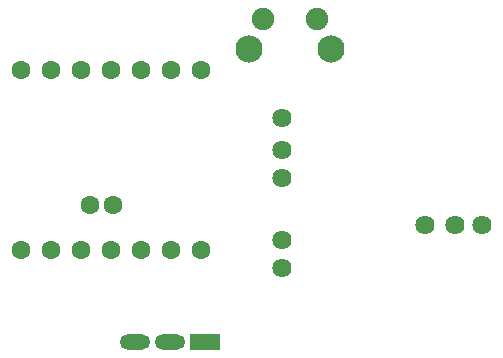
<source format=gbs>
G04 Layer: BottomSolderMaskLayer*
G04 EasyEDA v6.5.44, 2024-07-16 23:05:10*
G04 d2859fdac7c24986be9c74e91a94c2b3,2d99afecd3cb4a319326ca3d9e85512b,10*
G04 Gerber Generator version 0.2*
G04 Scale: 100 percent, Rotated: No, Reflected: No *
G04 Dimensions in inches *
G04 leading zeros omitted , absolute positions ,3 integer and 6 decimal *
%FSLAX36Y36*%
%MOIN*%

%AMMACRO1*4,1,8,-0.05,-0.0256,-0.0512,-0.0244,-0.0512,0.0244,-0.05,0.0256,0.05,0.0256,0.0512,0.0244,0.0512,-0.0244,0.05,-0.0256,-0.05,-0.0256,0*%
%ADD10MACRO1*%
%ADD11O,0.102363X0.051182*%
%ADD12C,0.0749*%
%ADD13C,0.0906*%
%ADD14C,0.0631*%
%ADD15C,0.0640*%

%LPD*%
D10*
G01*
X1043110Y2455000D03*
D11*
G01*
X925000Y2455000D03*
G01*
X806890Y2455000D03*
D12*
G01*
X1413590Y3530000D03*
G01*
X1236409Y3530000D03*
D13*
G01*
X1187209Y3430000D03*
G01*
X1462790Y3430000D03*
D14*
G01*
X430000Y2760000D03*
G01*
X930000Y3360000D03*
G01*
X830000Y3360000D03*
G01*
X730000Y3360000D03*
G01*
X630000Y3360000D03*
G01*
X530000Y3360000D03*
G01*
X430000Y3360000D03*
G01*
X1030000Y3360000D03*
G01*
X530000Y2760000D03*
G01*
X630000Y2760000D03*
G01*
X730000Y2760000D03*
G01*
X830000Y2760000D03*
G01*
X930000Y2760000D03*
G01*
X1030000Y2760000D03*
D15*
G01*
X1965000Y2845000D03*
G01*
X1300000Y3095000D03*
G01*
X1300000Y2795000D03*
G01*
X1300000Y2700000D03*
G01*
X1300000Y3200000D03*
G01*
X1875000Y2845000D03*
G01*
X1775000Y2845000D03*
G01*
X1300000Y3000000D03*
D14*
G01*
X660000Y2910000D03*
G01*
X734329Y2910000D03*
M02*

</source>
